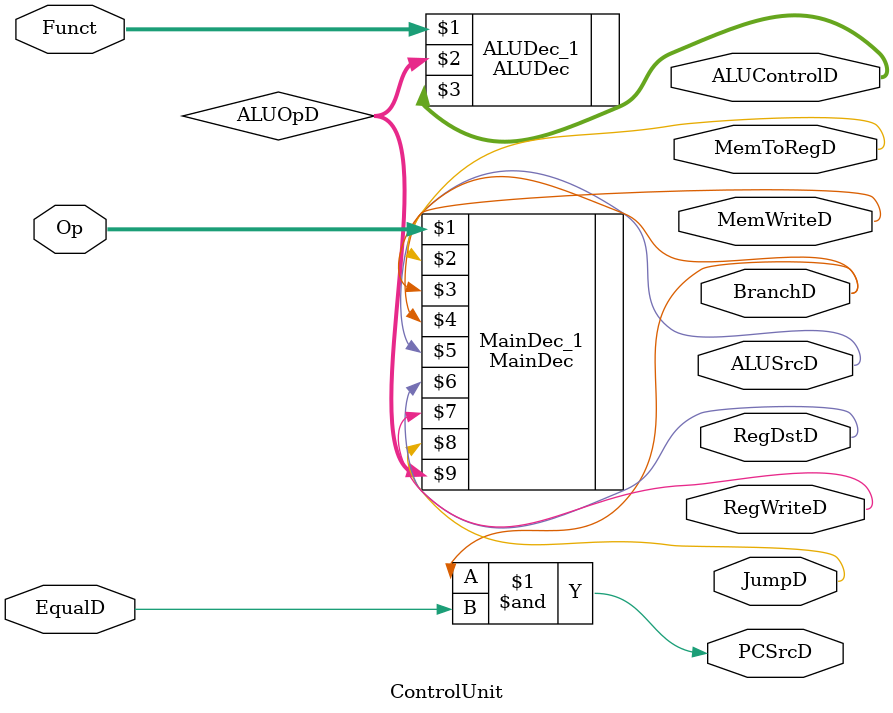
<source format=v>
module ControlUnit( 
    input [5:0] Op, Funct,
    input EqualD,
    output MemToRegD, MemWriteD,
    output PCSrcD, ALUSrcD,
    output RegDstD, RegWriteD,
    output JumpD, BranchD,
    output [3:0] ALUControlD
);

    wire [1:0] ALUOpD;

    MainDec MainDec_1(Op, MemToRegD, MemWriteD, BranchD, ALUSrcD, RegDstD, RegWriteD, JumpD, ALUOpD);
    ALUDec ALUDec_1(Funct, ALUOpD, ALUControlD);

    assign PCSrcD = BranchD & EqualD;
endmodule

</source>
